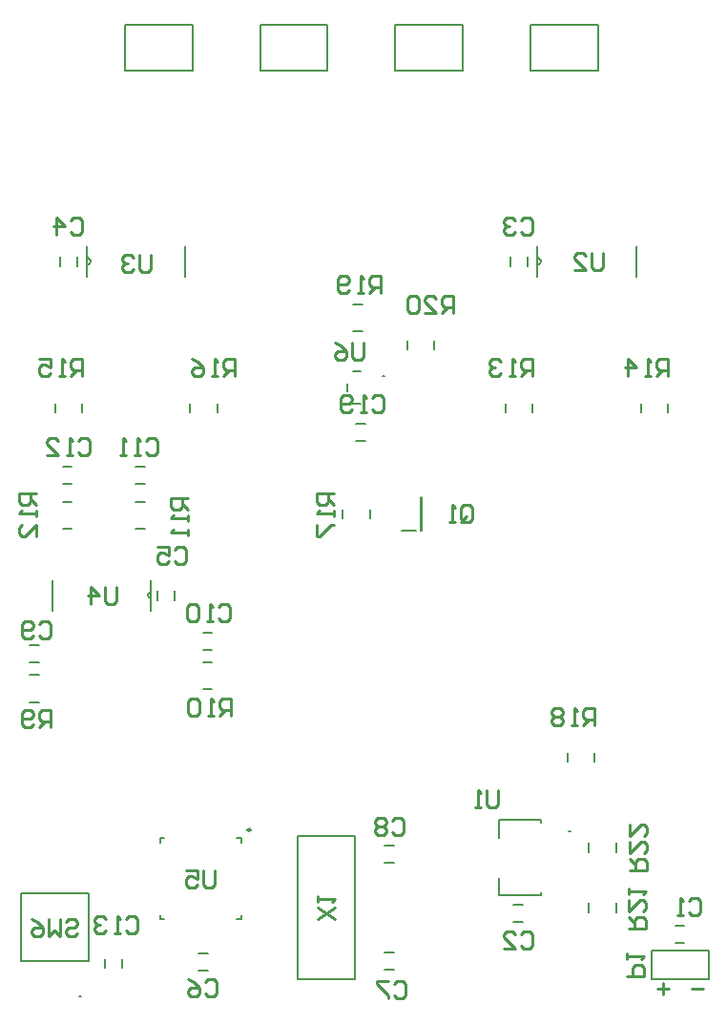
<source format=gbo>
G04*
G04 #@! TF.GenerationSoftware,Altium Limited,Altium Designer,20.1.8 (145)*
G04*
G04 Layer_Color=32896*
%FSLAX25Y25*%
%MOIN*%
G70*
G04*
G04 #@! TF.SameCoordinates,8B47BC37-8199-49A1-8C2A-9A070CC082B9*
G04*
G04*
G04 #@! TF.FilePolarity,Positive*
G04*
G01*
G75*
%ADD10C,0.00787*%
%ADD11C,0.00787*%
%ADD12C,0.00500*%
%ADD13C,0.01000*%
%ADD57C,0.00600*%
D10*
X299279Y246516D02*
X298492D01*
X299279D01*
X234382Y405634D02*
X233594D01*
X234382D01*
X187505Y247107D02*
X186914Y247697D01*
X186323Y247107D01*
X186914Y246516D01*
X187505Y247107D01*
X128248Y188784D02*
X127461D01*
X128248D01*
X327579Y195079D02*
Y205079D01*
Y195079D02*
X347579D01*
Y205079D01*
X327579D02*
X347579D01*
X335925Y213453D02*
X339075D01*
X335925Y207547D02*
X339075D01*
X224425Y388953D02*
X227575D01*
X224425Y383047D02*
X227575D01*
X219776Y355925D02*
Y359075D01*
X229224Y355925D02*
Y359075D01*
X136547Y198925D02*
Y202075D01*
X142453Y198925D02*
Y202075D01*
X169425Y203953D02*
X172575D01*
X169425Y198047D02*
X172575D01*
X315224Y239425D02*
Y242575D01*
X305776Y239425D02*
Y242575D01*
X279425Y215047D02*
X282575D01*
X279425Y220953D02*
X282575D01*
X315224Y218425D02*
Y221575D01*
X305776Y218425D02*
Y221575D01*
X242276Y414925D02*
Y418075D01*
X251724Y414925D02*
Y418075D01*
X223425Y421276D02*
X226575D01*
X223425Y430724D02*
X226575D01*
X246803Y351752D02*
X247197D01*
Y363248D01*
X246803D02*
X247197D01*
X246803Y351752D02*
Y363248D01*
X240307Y351594D02*
X245425D01*
X170925Y296276D02*
X174075D01*
X170925Y305724D02*
X174075D01*
X110425Y305547D02*
X113575D01*
X110425Y311453D02*
X113575D01*
X110425Y301224D02*
X113575D01*
X110425Y291776D02*
X113575D01*
X147425Y361724D02*
X150575D01*
X147425Y352276D02*
X150575D01*
X121925Y361724D02*
X125075D01*
X121925Y352276D02*
X125075D01*
X284307Y444055D02*
Y447205D01*
X278401Y444055D02*
Y447205D01*
X126827Y444055D02*
Y447205D01*
X120921Y444055D02*
Y447205D01*
X234425Y241654D02*
X237575D01*
X234425Y235748D02*
X237575D01*
X234425Y204252D02*
X237575D01*
X234425Y198346D02*
X237575D01*
X298276Y270925D02*
Y274075D01*
X307724Y270925D02*
Y274075D01*
X166394Y392874D02*
Y396024D01*
X175843Y392874D02*
Y396024D01*
X128598Y392874D02*
Y396024D01*
X119150Y392874D02*
Y396024D01*
X333323Y392874D02*
Y396024D01*
X323874Y392874D02*
Y396024D01*
X286079Y392874D02*
Y396024D01*
X276630Y392874D02*
Y396024D01*
X121925Y373953D02*
X125075D01*
X121925Y368047D02*
X125075D01*
X147425Y373953D02*
X150575D01*
X147425Y368047D02*
X150575D01*
X170925Y310047D02*
X174075D01*
X170925Y315953D02*
X174075D01*
X160953Y327425D02*
Y330575D01*
X155047Y327425D02*
Y330575D01*
D11*
X143594Y512153D02*
X167138D01*
Y528153D01*
X143594Y528154D02*
X167138D01*
X143594Y512153D02*
Y528153D01*
X190838Y512153D02*
Y528153D01*
Y528154D02*
X214382D01*
Y512153D02*
Y528153D01*
X190838Y512153D02*
X214382D01*
X238082D02*
X261626D01*
Y528153D01*
X238082Y528154D02*
X261626D01*
X238082Y512153D02*
Y528153D01*
X285326Y512153D02*
Y528153D01*
Y528154D02*
X308870D01*
Y512153D02*
Y528153D01*
X285326Y512153D02*
X308870D01*
D12*
X274346Y244429D02*
Y250728D01*
Y224272D02*
Y230138D01*
X288992Y224272D02*
Y225256D01*
Y249705D02*
Y250728D01*
X274346Y224272D02*
X288992D01*
X274346Y250728D02*
X288992D01*
X204000Y195000D02*
Y245000D01*
Y195000D02*
X224000D01*
Y245000D01*
X204000D02*
X224000D01*
X182638Y244173D02*
X184173D01*
Y242638D02*
Y244173D01*
Y215827D02*
Y217362D01*
X182638Y215827D02*
X184173D01*
X155827D02*
X157362D01*
X155827D02*
Y217362D01*
Y242638D02*
Y244173D01*
X157362D01*
X223201Y395791D02*
X225799D01*
X221350Y400181D02*
Y402819D01*
X223201Y407209D02*
X225799D01*
X107189Y201189D02*
X130811D01*
Y224811D01*
X107189D02*
X130811D01*
X107189Y201189D02*
Y224811D01*
D13*
X229901Y397898D02*
X230901Y398898D01*
X232900D01*
X233900Y397898D01*
Y393900D01*
X232900Y392900D01*
X230901D01*
X229901Y393900D01*
X227902Y392900D02*
X225903D01*
X226902D01*
Y398898D01*
X227902Y397898D01*
X222904Y393900D02*
X221904Y392900D01*
X219904D01*
X218905Y393900D01*
Y397898D01*
X219904Y398898D01*
X221904D01*
X222904Y397898D01*
Y396899D01*
X221904Y395899D01*
X218905D01*
X216999Y216001D02*
X211001Y220000D01*
X216999D02*
X211001Y216001D01*
Y221999D02*
Y223999D01*
Y222999D01*
X216999D01*
X215999Y221999D01*
X174998Y232999D02*
Y228001D01*
X173999Y227001D01*
X171999D01*
X171000Y228001D01*
Y232999D01*
X165002D02*
X169000D01*
Y230000D01*
X167001Y231000D01*
X166001D01*
X165002Y230000D01*
Y228001D01*
X166001Y227001D01*
X168001D01*
X169000Y228001D01*
X320001Y233003D02*
X325999D01*
Y236002D01*
X324999Y237001D01*
X323000D01*
X322000Y236002D01*
Y233003D01*
Y235002D02*
X320001Y237001D01*
Y242999D02*
Y239001D01*
X324000Y242999D01*
X324999D01*
X325999Y242000D01*
Y240000D01*
X324999Y239001D01*
X320001Y248997D02*
Y244999D01*
X324000Y248997D01*
X324999D01*
X325999Y247998D01*
Y245998D01*
X324999Y244999D01*
X319501Y212502D02*
X325499D01*
Y215501D01*
X324499Y216501D01*
X322500D01*
X321500Y215501D01*
Y212502D01*
Y214502D02*
X319501Y216501D01*
Y222499D02*
Y218500D01*
X323500Y222499D01*
X324499D01*
X325499Y221499D01*
Y219500D01*
X324499Y218500D01*
X319501Y224498D02*
Y226498D01*
Y225498D01*
X325499D01*
X324499Y224498D01*
X227100Y417298D02*
Y412300D01*
X226100Y411300D01*
X224101D01*
X223101Y412300D01*
Y417298D01*
X217103D02*
X219103Y416298D01*
X221102Y414299D01*
Y412300D01*
X220102Y411300D01*
X218103D01*
X217103Y412300D01*
Y413299D01*
X218103Y414299D01*
X221102D01*
X258300Y427600D02*
Y433598D01*
X255301D01*
X254301Y432598D01*
Y430599D01*
X255301Y429599D01*
X258300D01*
X256301D02*
X254301Y427600D01*
X248303D02*
X252302D01*
X248303Y431599D01*
Y432598D01*
X249303Y433598D01*
X251302D01*
X252302Y432598D01*
X246304D02*
X245304Y433598D01*
X243305D01*
X242305Y432598D01*
Y428600D01*
X243305Y427600D01*
X245304D01*
X246304Y428600D01*
Y432598D01*
X232900Y434700D02*
Y440698D01*
X229901D01*
X228901Y439698D01*
Y437699D01*
X229901Y436699D01*
X232900D01*
X230901D02*
X228901Y434700D01*
X226902D02*
X224903D01*
X225902D01*
Y440698D01*
X226902Y439698D01*
X221904Y435700D02*
X220904Y434700D01*
X218905D01*
X217905Y435700D01*
Y439698D01*
X218905Y440698D01*
X220904D01*
X221904Y439698D01*
Y438699D01*
X220904Y437699D01*
X217905D01*
X216499Y364498D02*
X210501D01*
Y361498D01*
X211501Y360499D01*
X213500D01*
X214500Y361498D01*
Y364498D01*
Y362498D02*
X216499Y360499D01*
Y358500D02*
Y356500D01*
Y357500D01*
X210501D01*
X211501Y358500D01*
X210501Y353501D02*
Y349502D01*
X211501D01*
X215499Y353501D01*
X216499D01*
X261000Y355501D02*
Y359499D01*
X262000Y360499D01*
X263999D01*
X264999Y359499D01*
Y355501D01*
X263999Y354501D01*
X262000D01*
X262999Y356500D02*
X261000Y354501D01*
X262000D02*
X261000Y355501D01*
X259001Y354501D02*
X257001D01*
X258001D01*
Y360499D01*
X259001Y359499D01*
X140498Y331999D02*
Y327001D01*
X139499Y326001D01*
X137499D01*
X136500Y327001D01*
Y331999D01*
X131501Y326001D02*
Y331999D01*
X134500Y329000D01*
X130502D01*
X152494Y447999D02*
Y443001D01*
X151495Y442001D01*
X149495D01*
X148496Y443001D01*
Y447999D01*
X146496Y446999D02*
X145497Y447999D01*
X143497D01*
X142498Y446999D01*
Y446000D01*
X143497Y445000D01*
X144497D01*
X143497D01*
X142498Y444000D01*
Y443001D01*
X143497Y442001D01*
X145497D01*
X146496Y443001D01*
X310698Y448499D02*
Y443501D01*
X309699Y442501D01*
X307699D01*
X306700Y443501D01*
Y448499D01*
X300702Y442501D02*
X304700D01*
X300702Y446500D01*
Y447499D01*
X301701Y448499D01*
X303701D01*
X304700Y447499D01*
X273869Y260798D02*
Y255800D01*
X272869Y254800D01*
X270870D01*
X269870Y255800D01*
Y260798D01*
X267871Y254800D02*
X265872D01*
X266872D01*
Y260798D01*
X267871Y259798D01*
X122999Y214999D02*
X123998Y215999D01*
X125998D01*
X126997Y214999D01*
Y214000D01*
X125998Y213000D01*
X123998D01*
X122999Y212000D01*
Y211001D01*
X123998Y210001D01*
X125998D01*
X126997Y211001D01*
X120999Y215999D02*
Y210001D01*
X119000Y212000D01*
X117001Y210001D01*
Y215999D01*
X111003D02*
X113002Y214999D01*
X115001Y213000D01*
Y211001D01*
X114002Y210001D01*
X112002D01*
X111003Y211001D01*
Y212000D01*
X112002Y213000D01*
X115001D01*
X307700Y283600D02*
Y289598D01*
X304701D01*
X303701Y288598D01*
Y286599D01*
X304701Y285599D01*
X307700D01*
X305701D02*
X303701Y283600D01*
X301702D02*
X299703D01*
X300702D01*
Y289598D01*
X301702Y288598D01*
X296704D02*
X295704Y289598D01*
X293705D01*
X292705Y288598D01*
Y287599D01*
X293705Y286599D01*
X292705Y285599D01*
Y284600D01*
X293705Y283600D01*
X295704D01*
X296704Y284600D01*
Y285599D01*
X295704Y286599D01*
X296704Y287599D01*
Y288598D01*
X295704Y286599D02*
X293705D01*
X181918Y405549D02*
Y411547D01*
X178919D01*
X177920Y410547D01*
Y408548D01*
X178919Y407548D01*
X181918D01*
X179919D02*
X177920Y405549D01*
X175920D02*
X173921D01*
X174920D01*
Y411547D01*
X175920Y410547D01*
X166923Y411547D02*
X168922Y410547D01*
X170922Y408548D01*
Y406549D01*
X169922Y405549D01*
X167923D01*
X166923Y406549D01*
Y407548D01*
X167923Y408548D01*
X170922D01*
X128600Y405500D02*
Y411498D01*
X125601D01*
X124601Y410498D01*
Y408499D01*
X125601Y407499D01*
X128600D01*
X126601D02*
X124601Y405500D01*
X122602D02*
X120603D01*
X121602D01*
Y411498D01*
X122602Y410498D01*
X113605Y411498D02*
X117604D01*
Y408499D01*
X115604Y409499D01*
X114604D01*
X113605Y408499D01*
Y406500D01*
X114604Y405500D01*
X116604D01*
X117604Y406500D01*
X333300Y405500D02*
Y411498D01*
X330301D01*
X329301Y410498D01*
Y408499D01*
X330301Y407499D01*
X333300D01*
X331301D02*
X329301Y405500D01*
X327302D02*
X325303D01*
X326302D01*
Y411498D01*
X327302Y410498D01*
X319304Y405500D02*
Y411498D01*
X322304Y408499D01*
X318305D01*
X286100Y405500D02*
Y411498D01*
X283101D01*
X282101Y410498D01*
Y408499D01*
X283101Y407499D01*
X286100D01*
X284101D02*
X282101Y405500D01*
X280102D02*
X278103D01*
X279102D01*
Y411498D01*
X280102Y410498D01*
X275104D02*
X274104Y411498D01*
X272105D01*
X271105Y410498D01*
Y409499D01*
X272105Y408499D01*
X273104D01*
X272105D01*
X271105Y407499D01*
Y406500D01*
X272105Y405500D01*
X274104D01*
X275104Y406500D01*
X112499Y364498D02*
X106501D01*
Y361498D01*
X107501Y360499D01*
X109500D01*
X110500Y361498D01*
Y364498D01*
Y362498D02*
X112499Y360499D01*
Y358500D02*
Y356500D01*
Y357500D01*
X106501D01*
X107501Y358500D01*
X112499Y349502D02*
Y353501D01*
X108500Y349502D01*
X107501D01*
X106501Y350502D01*
Y352501D01*
X107501Y353501D01*
X165499Y362998D02*
X159501D01*
Y359999D01*
X160501Y358999D01*
X162500D01*
X163500Y359999D01*
Y362998D01*
Y360999D02*
X165499Y358999D01*
Y357000D02*
Y355000D01*
Y356000D01*
X159501D01*
X160501Y357000D01*
X165499Y352002D02*
Y350002D01*
Y351002D01*
X159501D01*
X160501Y352002D01*
X180498Y287001D02*
Y292999D01*
X177498D01*
X176499Y291999D01*
Y290000D01*
X177498Y289000D01*
X180498D01*
X178498D02*
X176499Y287001D01*
X174499D02*
X172500D01*
X173500D01*
Y292999D01*
X174499Y291999D01*
X169501D02*
X168501Y292999D01*
X166502D01*
X165502Y291999D01*
Y288001D01*
X166502Y287001D01*
X168501D01*
X169501Y288001D01*
Y291999D01*
X117498Y283001D02*
Y288999D01*
X114499D01*
X113500Y287999D01*
Y286000D01*
X114499Y285000D01*
X117498D01*
X115499D02*
X113500Y283001D01*
X111500Y284001D02*
X110501Y283001D01*
X108501D01*
X107502Y284001D01*
Y287999D01*
X108501Y288999D01*
X110501D01*
X111500Y287999D01*
Y287000D01*
X110501Y286000D01*
X107502D01*
X319001Y196001D02*
X324999D01*
Y199000D01*
X323999Y200000D01*
X322000D01*
X321000Y199000D01*
Y196001D01*
X319001Y201999D02*
Y203999D01*
Y202999D01*
X324999D01*
X323999Y201999D01*
X329503Y191500D02*
X333501D01*
X331502Y189501D02*
Y193499D01*
X341499Y191500D02*
X345497D01*
X143999Y215999D02*
X144999Y216999D01*
X146998D01*
X147998Y215999D01*
Y212001D01*
X146998Y211001D01*
X144999D01*
X143999Y212001D01*
X141999Y211001D02*
X140000D01*
X141000D01*
Y216999D01*
X141999Y215999D01*
X137001D02*
X136001Y216999D01*
X134002D01*
X133002Y215999D01*
Y215000D01*
X134002Y214000D01*
X135002D01*
X134002D01*
X133002Y213000D01*
Y212001D01*
X134002Y211001D01*
X136001D01*
X137001Y212001D01*
X127401Y382898D02*
X128401Y383898D01*
X130400D01*
X131400Y382898D01*
Y378900D01*
X130400Y377900D01*
X128401D01*
X127401Y378900D01*
X125402Y377900D02*
X123403D01*
X124402D01*
Y383898D01*
X125402Y382898D01*
X116405Y377900D02*
X120404D01*
X116405Y381899D01*
Y382898D01*
X117404Y383898D01*
X119404D01*
X120404Y382898D01*
X150901D02*
X151901Y383898D01*
X153900D01*
X154900Y382898D01*
Y378900D01*
X153900Y377900D01*
X151901D01*
X150901Y378900D01*
X148902Y377900D02*
X146903D01*
X147902D01*
Y383898D01*
X148902Y382898D01*
X143904Y377900D02*
X141904D01*
X142904D01*
Y383898D01*
X143904Y382898D01*
X176401Y324898D02*
X177401Y325898D01*
X179400D01*
X180400Y324898D01*
Y320900D01*
X179400Y319900D01*
X177401D01*
X176401Y320900D01*
X174402Y319900D02*
X172403D01*
X173402D01*
Y325898D01*
X174402Y324898D01*
X169404D02*
X168404Y325898D01*
X166404D01*
X165405Y324898D01*
Y320900D01*
X166404Y319900D01*
X168404D01*
X169404Y320900D01*
Y324898D01*
X113500Y318999D02*
X114499Y319999D01*
X116499D01*
X117498Y318999D01*
Y315001D01*
X116499Y314001D01*
X114499D01*
X113500Y315001D01*
X111500D02*
X110501Y314001D01*
X108501D01*
X107502Y315001D01*
Y318999D01*
X108501Y319999D01*
X110501D01*
X111500Y318999D01*
Y318000D01*
X110501Y317000D01*
X107502D01*
X237000Y250200D02*
X237999Y251200D01*
X239999D01*
X240998Y250200D01*
Y246201D01*
X239999Y245202D01*
X237999D01*
X237000Y246201D01*
X235000Y250200D02*
X234001Y251200D01*
X232001D01*
X231002Y250200D01*
Y249201D01*
X232001Y248201D01*
X231002Y247201D01*
Y246201D01*
X232001Y245202D01*
X234001D01*
X235000Y246201D01*
Y247201D01*
X234001Y248201D01*
X235000Y249201D01*
Y250200D01*
X234001Y248201D02*
X232001D01*
X237500Y193299D02*
X238499Y194298D01*
X240499D01*
X241498Y193299D01*
Y189300D01*
X240499Y188300D01*
X238499D01*
X237500Y189300D01*
X235500Y194298D02*
X231502D01*
Y193299D01*
X235500Y189300D01*
Y188300D01*
X171500Y193999D02*
X172499Y194999D01*
X174499D01*
X175498Y193999D01*
Y190001D01*
X174499Y189001D01*
X172499D01*
X171500Y190001D01*
X165502Y194999D02*
X167501Y193999D01*
X169500Y192000D01*
Y190001D01*
X168501Y189001D01*
X166501D01*
X165502Y190001D01*
Y191000D01*
X166501Y192000D01*
X169500D01*
X161101Y345098D02*
X162101Y346098D01*
X164100D01*
X165100Y345098D01*
Y341100D01*
X164100Y340100D01*
X162101D01*
X161101Y341100D01*
X155103Y346098D02*
X159102D01*
Y343099D01*
X157103Y344099D01*
X156103D01*
X155103Y343099D01*
Y341100D01*
X156103Y340100D01*
X158102D01*
X159102Y341100D01*
X124500Y459999D02*
X125499Y460999D01*
X127499D01*
X128498Y459999D01*
Y456001D01*
X127499Y455001D01*
X125499D01*
X124500Y456001D01*
X119501Y455001D02*
Y460999D01*
X122500Y458000D01*
X118502D01*
X282000Y459999D02*
X282999Y460999D01*
X284999D01*
X285998Y459999D01*
Y456001D01*
X284999Y455001D01*
X282999D01*
X282000Y456001D01*
X280000Y459999D02*
X279001Y460999D01*
X277001D01*
X276002Y459999D01*
Y459000D01*
X277001Y458000D01*
X278001D01*
X277001D01*
X276002Y457000D01*
Y456001D01*
X277001Y455001D01*
X279001D01*
X280000Y456001D01*
X282000Y210499D02*
X282999Y211499D01*
X284999D01*
X285998Y210499D01*
Y206501D01*
X284999Y205501D01*
X282999D01*
X282000Y206501D01*
X276002Y205501D02*
X280000D01*
X276002Y209500D01*
Y210499D01*
X277001Y211499D01*
X279001D01*
X280000Y210499D01*
X340601Y222398D02*
X341601Y223398D01*
X343600D01*
X344600Y222398D01*
Y218400D01*
X343600Y217400D01*
X341601D01*
X340601Y218400D01*
X338602Y217400D02*
X336603D01*
X337602D01*
Y223398D01*
X338602Y222398D01*
D57*
X152700Y330200D02*
X151851Y329849D01*
X151500Y329000D01*
X151851Y328151D01*
X152700Y327800D01*
X130296Y444430D02*
X131145Y444781D01*
X131496Y445630D01*
X131145Y446478D01*
X130296Y446830D01*
X287776Y444430D02*
X288625Y444781D01*
X288976Y445630D01*
X288625Y446478D01*
X287776Y446830D01*
X152700Y323700D02*
Y327800D01*
Y330200D01*
Y334300D01*
X118300Y323700D02*
Y334300D01*
X130296Y446830D02*
Y450930D01*
Y444430D02*
Y446830D01*
Y440330D02*
Y444430D01*
X164696Y440330D02*
Y450930D01*
X322176Y440330D02*
Y450930D01*
X287776Y440330D02*
Y444430D01*
Y446830D01*
Y450930D01*
M02*

</source>
